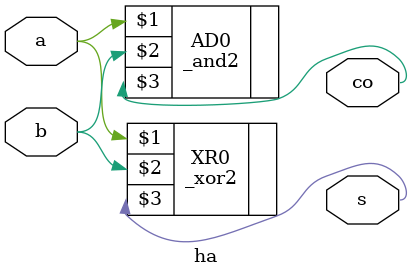
<source format=v>
module ha(a,b,co,s);
	//set input a,b
	input a,b;
	//set output co,s
	output co,s;
	//use '2-input xor' and '2-input and'	
	_xor2 XR0 (a,b,s);
	_and2 AD0 (a,b,co);
	
endmodule

</source>
